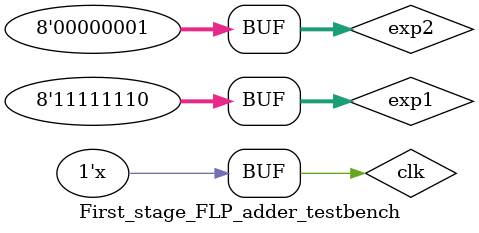
<source format=v>
`timescale 1ns / 1ps


module First_stage_FLP_adder_testbench;

  // Inputs
  reg [7:0] exp1;
  reg [7:0] exp2;

  // Outputs
  wire [8:0] exp;
  wire [8:0] mant;

  // Instantiate the module being tested
  First_stage_FLP_adder dut(
    .exp1(exp1),
    .exp2(exp2),
    .exp(exp),
    .mant(mant)
  );

  // Clock generation
  reg clk = 0;
  always #5 clk = ~clk;

  // Test stimulus
  initial begin
    exp1 = 8'b00000000;
    exp2 = 8'b00000000;
    #10;

    exp1 = 8'b01010101;
    exp2 = 8'b10101010;
    #10;

    exp1 = 8'b11111110;
    exp2 = 8'b00000001;
    #10;

    // Add more test cases as needed
  end

  // Assertions
  always @(posedge clk) begin
    $display("exp1=%h exp2=%h exp=%h mant=%h", exp1, exp2, exp, mant);

    // Add assertions here
  end

endmodule


</source>
